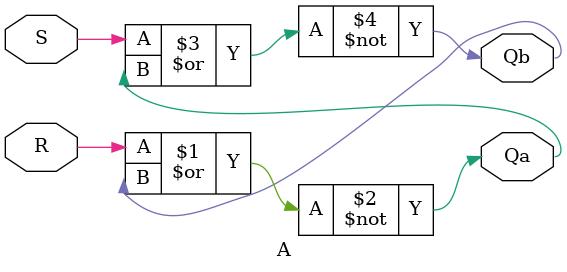
<source format=v>
module A(output Qa, Qb, input R, S);

   wire w1, w2;

   nor (Qa, R, Qb);
   nor (Qb, S, Qa);


endmodule

</source>
